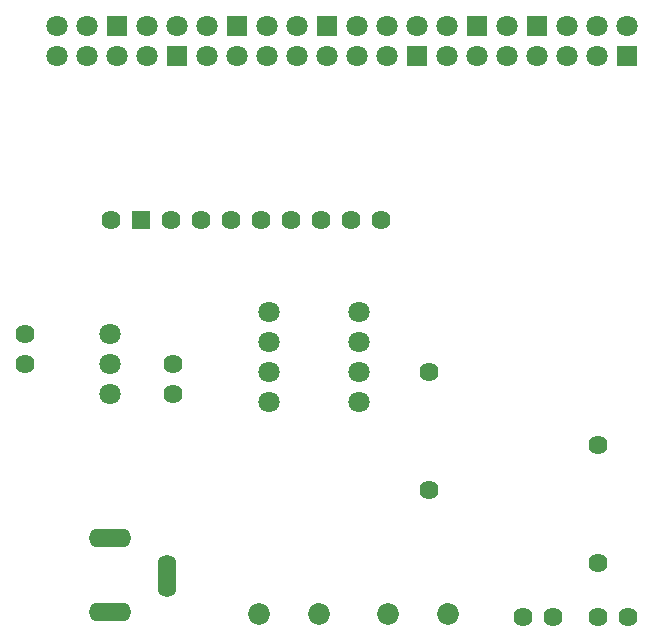
<source format=gbr>
%TF.GenerationSoftware,KiCad,Pcbnew,(5.1.6)-1*%
%TF.CreationDate,2020-10-24T11:46:20+02:00*%
%TF.ProjectId,DiaSense,44696153-656e-4736-952e-6b696361645f,rev?*%
%TF.SameCoordinates,Original*%
%TF.FileFunction,Soldermask,Top*%
%TF.FilePolarity,Negative*%
%FSLAX46Y46*%
G04 Gerber Fmt 4.6, Leading zero omitted, Abs format (unit mm)*
G04 Created by KiCad (PCBNEW (5.1.6)-1) date 2020-10-24 11:46:20*
%MOMM*%
%LPD*%
G01*
G04 APERTURE LIST*
%ADD10C,1.850000*%
%ADD11C,1.840000*%
%ADD12C,1.624000*%
%ADD13O,1.600000X3.600000*%
%ADD14O,3.600000X1.600000*%
%ADD15C,1.800000*%
%ADD16R,1.800000X1.800000*%
%ADD17R,1.624000X1.624000*%
G04 APERTURE END LIST*
D10*
%TO.C,T1*%
X130540000Y-96000000D03*
D11*
X125460000Y-96000000D03*
%TD*%
D10*
%TO.C,T2*%
X141540000Y-96000000D03*
D11*
X136460000Y-96000000D03*
%TD*%
D12*
%TO.C,R1*%
X154230000Y-81750000D03*
X154230000Y-91750000D03*
%TD*%
%TO.C,D1*%
X154230000Y-96300000D03*
X156770000Y-96300000D03*
%TD*%
D13*
%TO.C,J1*%
X117700000Y-92800000D03*
D14*
X112900000Y-95900000D03*
X112900000Y-89600000D03*
%TD*%
D12*
%TO.C,C2*%
X105700000Y-72355000D03*
X105700000Y-74895000D03*
%TD*%
%TO.C,C1*%
X118250000Y-77425000D03*
X118250000Y-74885000D03*
%TD*%
D15*
%TO.C,U4*%
X156630000Y-46230000D03*
D16*
X156630000Y-48770000D03*
D15*
X154090000Y-46230000D03*
X154090000Y-48770000D03*
X151550000Y-46230000D03*
X151550000Y-48770000D03*
D16*
X149010000Y-46230000D03*
D15*
X149010000Y-48770000D03*
X146470000Y-46230000D03*
X146470000Y-48770000D03*
D16*
X143930000Y-46230000D03*
D15*
X143930000Y-48770000D03*
X141390000Y-46230000D03*
X141390000Y-48770000D03*
X138850000Y-46230000D03*
D16*
X138850000Y-48770000D03*
D15*
X136310000Y-46230000D03*
X136310000Y-48770000D03*
X133770000Y-46230000D03*
X133770000Y-48770000D03*
D16*
X131230000Y-46230000D03*
D15*
X131230000Y-48770000D03*
X128690000Y-46230000D03*
X128690000Y-48770000D03*
X126150000Y-46230000D03*
X126150000Y-48770000D03*
D16*
X123610000Y-46230000D03*
D15*
X123610000Y-48770000D03*
X121070000Y-46230000D03*
X121070000Y-48770000D03*
X118530000Y-46230000D03*
D16*
X118530000Y-48770000D03*
D15*
X115990000Y-46230000D03*
X115990000Y-48770000D03*
D16*
X113450000Y-46230000D03*
D15*
X113450000Y-48770000D03*
X110910000Y-46230000D03*
X110910000Y-48770000D03*
X108370000Y-46230000D03*
X108370000Y-48770000D03*
%TD*%
D12*
%TO.C,U3*%
X135830000Y-62650000D03*
X133290000Y-62650000D03*
X130750000Y-62650000D03*
X128210000Y-62650000D03*
X125670000Y-62650000D03*
X123130000Y-62650000D03*
X120590000Y-62650000D03*
X118050000Y-62650000D03*
D17*
X115510000Y-62650000D03*
D12*
X112970000Y-62650000D03*
%TD*%
D15*
%TO.C,U2*%
X126365000Y-78110000D03*
X126365000Y-75570000D03*
X126365000Y-73030000D03*
X126365000Y-70490000D03*
X133985000Y-70490000D03*
X133985000Y-73030000D03*
X133985000Y-75570000D03*
X133985000Y-78110000D03*
%TD*%
%TO.C,U1*%
X112900000Y-72360000D03*
X112900000Y-74900000D03*
X112900000Y-77440000D03*
%TD*%
D12*
%TO.C,R2*%
X139875000Y-75575000D03*
X139875000Y-85575000D03*
%TD*%
%TO.C,D2*%
X147855000Y-96300000D03*
X150395000Y-96300000D03*
%TD*%
M02*

</source>
